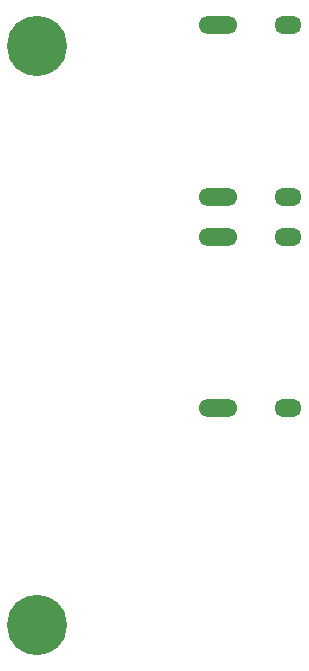
<source format=gbr>
G04 #@! TF.GenerationSoftware,KiCad,Pcbnew,8.0.4*
G04 #@! TF.CreationDate,2025-01-13T22:16:17-08:00*
G04 #@! TF.ProjectId,CSI_HDMI_Passthrough_receiver_noRetimer,4353495f-4844-44d4-995f-506173737468,rev?*
G04 #@! TF.SameCoordinates,Original*
G04 #@! TF.FileFunction,Soldermask,Bot*
G04 #@! TF.FilePolarity,Negative*
%FSLAX46Y46*%
G04 Gerber Fmt 4.6, Leading zero omitted, Abs format (unit mm)*
G04 Created by KiCad (PCBNEW 8.0.4) date 2025-01-13 22:16:17*
%MOMM*%
%LPD*%
G01*
G04 APERTURE LIST*
%ADD10O,3.300000X1.500000*%
%ADD11O,2.300000X1.500000*%
%ADD12C,5.100000*%
G04 APERTURE END LIST*
D10*
G04 #@! TO.C,J4*
X162275000Y-77250000D03*
X162275000Y-91750000D03*
D11*
X168235000Y-77250000D03*
X168235000Y-91750000D03*
G04 #@! TD*
D10*
G04 #@! TO.C,J2*
X162260000Y-95150000D03*
X162260000Y-109650000D03*
D11*
X168220000Y-95150000D03*
X168220000Y-109650000D03*
G04 #@! TD*
D12*
G04 #@! TO.C,H1*
X147000000Y-79000000D03*
G04 #@! TD*
G04 #@! TO.C,H2*
X147000000Y-128000000D03*
G04 #@! TD*
M02*

</source>
